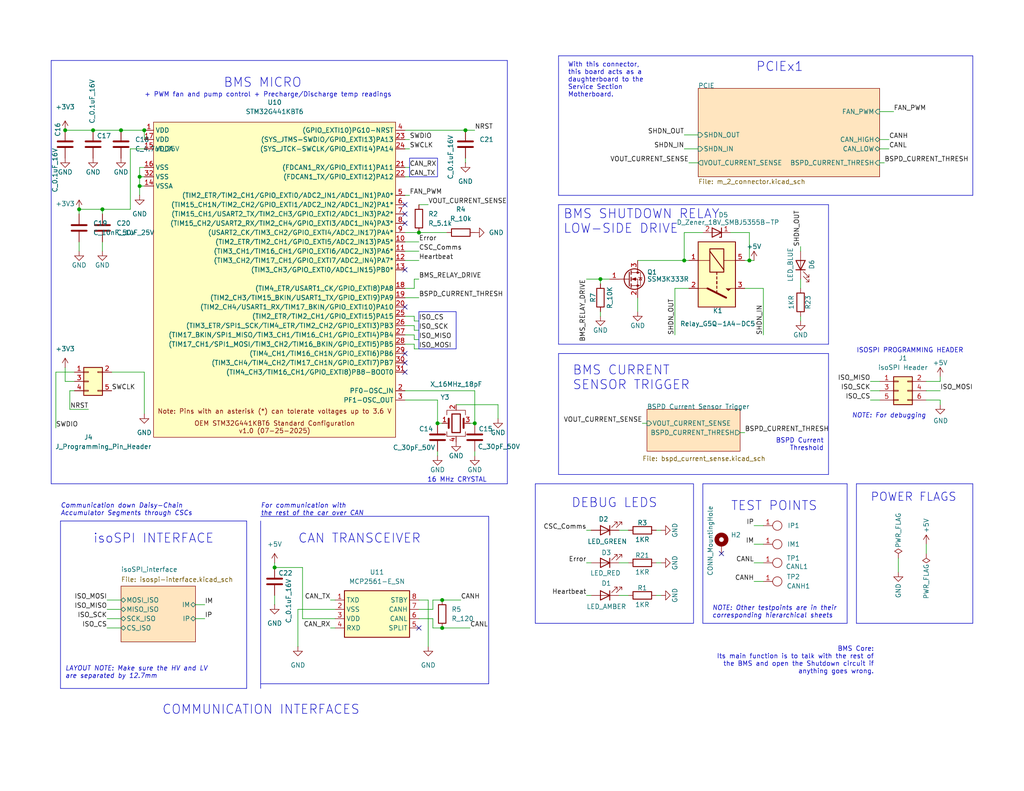
<source format=kicad_sch>
(kicad_sch (version 20250114) (generator "eeschema") (generator_version "9.0")
  (paper "A")
  (title_block (title "BMS Core") (date "2026-02-01") (rev "1") (company "Olin Electric Motorsports") (comment 1 "Akil Pugalenthi") (comment 2 "Jacob Likins") (comment 3 "Melissa Kazazic"))
  (rectangle (start 111.76 43.18) (end 119.38 48.26))
  (rectangle (start 146.05 132.08) (end 189.23 170.18))
  (rectangle (start 114.3 85.09) (end 124.46 95.25))
  (text "ISOSPI PROGRAMMING HEADER" (at 233.68 96.52 0) (effects (font (size 1.27 1.27)) (justify left bottom)))
  (text "BMS SHUTDOWN RELAY\nLOW-SIDE DRIVE" (at 153.67 64.008 0) (effects (font (size 2.4892 2.4892)) (justify left bottom)))
  (text "POWER FLAGS\n" (at 237.49 137.16 0) (effects (font (size 2.2606 2.2606)) (justify left bottom)))
  (text "NOTE: Other testpoints are in their\ncorresponding hierarchical sheets" (at 194.31 168.91 0) (effects (font (size 1.27 1.27) (italic yes)) (justify left bottom)))
  (text "For communication with\nthe rest of the car over CAN" (at 71.12 140.97 0) (effects (font (size 1.27 1.27) (italic yes)) (justify left bottom)))
  (text "DEBUG LEDS" (at 167.64 137.414 0) (effects (font (size 2.4892 2.4892))))
  (text "BMS CURRENT \nSENSOR TRIGGER" (at 156.21 106.68 0) (effects (font (size 2.4892 2.4892)) (justify left bottom)))
  (text "+ PWM fan and pump control + Precharge/Discharge temp readings" (at 39.37 26.67 0) (effects (font (size 1.27 1.27)) (justify left bottom)))
  (text "BMS MICRO" (at 60.96 24.13 0) (effects (font (size 2.4892 2.4892)) (justify left bottom)))
  (text "Communication down Daisy-Chain\nAccumulator Segments through CSCs" (at 16.51 140.97 0) (effects (font (size 1.27 1.27) (italic yes)) (justify left bottom)))
  (text "isoSPI INTERFACE" (at 25.4 148.59 0) (effects (font (size 2.4892 2.4892)) (justify left bottom)))
  (text "COMMUNICATION INTERFACES" (at 44.196 195.326 0) (effects (font (size 2.4892 2.4892)) (justify left bottom)))
  (text "With this connector,\nthis board acts as a \ndaughterboard to the\nService Section\nMotherboard." (at 154.94 26.67 0) (effects (font (size 1.27 1.27)) (justify left bottom)))
  (text "NOTE: For debugging" (at 232.41 114.3 0) (effects (font (size 1.27 1.27) (italic yes)) (justify left bottom)))
  (text "LAYOUT NOTE: Make sure the HV and LV\nare separated by 12.7mm" (at 17.78 185.42 0) (effects (font (size 1.27 1.27) (italic yes)) (justify left bottom)))
  (text "PCIEx1\n" (at 206.248 19.812 0) (effects (font (size 2.4892 2.4892)) (justify left bottom)))
  (text "BSPD Current\nThreshold" (at 224.79 123.19 0) (effects (font (size 1.27 1.27)) (justify right bottom)))
  (text "TEST POINTS" (at 199.39 139.7 0) (effects (font (size 2.4892 2.4892)) (justify left bottom)))
  (text "CAN TRANSCEIVER" (at 81.28 148.59 0) (effects (font (size 2.4892 2.4892)) (justify left bottom)))
  (text "16 MHz CRYSTAL" (at 132.842 131.826 0) (effects (font (size 1.27 1.27)) (justify right bottom)))
  (text "BMS Core:\nIts main function is to talk with the rest of\nthe BMS and open the Shutdown circuit if\nanything goes wrong." (at 238.506 184.15 0) (effects (font (size 1.27 1.27)) (justify right bottom)))
  (junction (at 204.47 71.12))
  (junction (at 186.69 71.12))
  (junction (at 74.93 154.94))
  (junction (at 27.94 57.15))
  (junction (at 120.65 163.83))
  (junction (at 127 35.56))
  (junction (at 39.37 35.56))
  (junction (at 163.83 76.2))
  (junction (at 120.65 171.45))
  (junction (at 21.59 57.15))
  (junction (at 33.02 35.56))
  (junction (at 25.4 35.56))
  (junction (at 119.38 115.57))
  (junction (at 114.3 63.5))
  (junction (at 129.54 115.57))
  (junction (at 17.78 35.56))
  (junction (at 38.1 50.8))
  (junction (at 38.1 48.26))
  (no_connect (at 110.49 99.06))
  (no_connect (at 114.3 171.45))
  (no_connect (at 196.85 151.13))
  (no_connect (at 110.49 101.6))
  (no_connect (at 110.49 60.96))
  (no_connect (at 110.49 58.42))
  (no_connect (at 110.49 55.88))
  (no_connect (at 110.49 96.52))
  (no_connect (at 110.49 83.82))
  (no_connect (at 110.49 73.66))
  (wire (pts (xy 208.28 143.51) (xy 205.74 143.51)))
  (wire (pts (xy 110.49 40.64) (xy 111.76 40.64)))
  (wire (pts (xy 256.54 106.68) (xy 252.73 106.68)))
  (wire (pts (xy 29.21 171.45) (xy 33.02 171.45)))
  (wire (pts (xy 120.65 163.83) (xy 125.73 163.83)))
  (wire (pts (xy 160.02 162.56) (xy 161.29 162.56)))
  (wire (pts (xy 74.93 162.56) (xy 74.93 165.1)))
  (wire (pts (xy 114.3 163.83) (xy 116.84 163.83)))
  (wire (pts (xy 127 35.56) (xy 129.54 35.56)))
  (wire (pts (xy 91.44 168.91) (xy 82.55 168.91)))
  (wire (pts (xy 17.78 104.14) (xy 20.32 104.14)))
  (wire (pts (xy 38.1 48.26) (xy 39.37 48.26)))
  (wire (pts (xy 27.94 57.15) (xy 35.56 57.15)))
  (wire (pts (xy 245.11 152.4) (xy 245.11 156.21)))
  (wire (pts (xy 25.4 35.56) (xy 33.02 35.56)))
  (wire (pts (xy 17.78 100.33) (xy 17.78 104.14)))
  (wire (pts (xy 113.03 92.71) (xy 114.3 92.71)))
  (wire (pts (xy 168.91 162.56) (xy 171.45 162.56)))
  (wire (pts (xy 256.54 102.87) (xy 256.54 104.14)))
  (polyline (pts (xy 152.4 15.24) (xy 152.4 53.34)))
  (polyline (pts (xy 71.12 140.97) (xy 133.35 140.97)))
  (wire (pts (xy 179.07 153.67) (xy 180.34 153.67)))
  (polyline (pts (xy 152.4 55.88) (xy 152.4 93.98)))
  (wire (pts (xy 118.11 166.37) (xy 114.3 166.37)))
  (wire (pts (xy 179.07 162.56) (xy 180.34 162.56)))
  (wire (pts (xy 113.03 78.74) (xy 110.49 78.74)))
  (wire (pts (xy 19.05 111.76) (xy 19.05 106.68)))
  (wire (pts (xy 110.49 35.56) (xy 127 35.56)))
  (wire (pts (xy 184.15 91.44) (xy 184.15 78.74)))
  (polyline (pts (xy 233.68 132.08) (xy 265.43 132.08)))
  (wire (pts (xy 110.49 71.12) (xy 114.3 71.12)))
  (wire (pts (xy 81.28 176.53) (xy 81.28 166.37)))
  (wire (pts (xy 27.94 66.04) (xy 27.94 68.58)))
  (wire (pts (xy 29.21 168.91) (xy 33.02 168.91)))
  (wire (pts (xy 118.11 171.45) (xy 118.11 168.91)))
  (wire (pts (xy 90.17 163.83) (xy 91.44 163.83)))
  (wire (pts (xy 113.03 95.25) (xy 113.03 93.98)))
  (wire (pts (xy 17.78 35.56) (xy 25.4 35.56)))
  (polyline (pts (xy 191.77 170.18) (xy 231.14 170.18)))
  (wire (pts (xy 242.57 38.1) (xy 240.03 38.1)))
  (wire (pts (xy 110.49 53.34) (xy 111.76 53.34)))
  (wire (pts (xy 160.02 153.67) (xy 161.29 153.67)))
  (wire (pts (xy 38.1 50.8) (xy 39.37 50.8)))
  (wire (pts (xy 110.49 81.28) (xy 114.3 81.28)))
  (wire (pts (xy 29.21 163.83) (xy 33.02 163.83)))
  (wire (pts (xy 110.49 48.26) (xy 111.76 48.26)))
  (wire (pts (xy 82.55 168.91) (xy 82.55 154.94)))
  (wire (pts (xy 110.49 68.58) (xy 114.3 68.58)))
  (polyline (pts (xy 133.35 186.69) (xy 71.12 186.69)))
  (wire (pts (xy 118.11 171.45) (xy 120.65 171.45)))
  (wire (pts (xy 119.38 115.57) (xy 120.65 115.57)))
  (polyline (pts (xy 16.51 142.24) (xy 16.51 187.96)))
  (wire (pts (xy 119.38 109.22) (xy 119.38 115.57)))
  (wire (pts (xy 30.48 101.6) (xy 39.37 101.6)))
  (wire (pts (xy 38.1 50.8) (xy 38.1 53.34)))
  (wire (pts (xy 237.49 106.68) (xy 240.03 106.68)))
  (wire (pts (xy 116.84 163.83) (xy 116.84 176.53)))
  (wire (pts (xy 208.28 91.44) (xy 208.28 78.74)))
  (wire (pts (xy 21.59 57.15) (xy 27.94 57.15)))
  (wire (pts (xy 114.3 63.5) (xy 121.92 63.5)))
  (wire (pts (xy 19.05 106.68) (xy 20.32 106.68)))
  (wire (pts (xy 203.2 71.12) (xy 204.47 71.12)))
  (wire (pts (xy 21.59 66.04) (xy 21.59 68.58)))
  (polyline (pts (xy 265.43 53.34) (xy 152.4 53.34)))
  (wire (pts (xy 184.15 78.74) (xy 187.96 78.74)))
  (wire (pts (xy 252.73 148.59) (xy 252.73 151.13)))
  (wire (pts (xy 119.38 123.19) (xy 119.38 124.46)))
  (wire (pts (xy 24.13 111.76) (xy 19.05 111.76)))
  (polyline (pts (xy 265.43 132.08) (xy 265.43 170.18)))
  (wire (pts (xy 168.91 153.67) (xy 171.45 153.67)))
  (wire (pts (xy 113.03 76.2) (xy 113.03 78.74)))
  (wire (pts (xy 163.83 86.36) (xy 163.83 85.09)))
  (polyline (pts (xy 226.06 129.54) (xy 226.06 96.52)))
  (wire (pts (xy 129.54 106.68) (xy 129.54 115.57)))
  (wire (pts (xy 160.02 144.78) (xy 161.29 144.78)))
  (wire (pts (xy 39.37 45.72) (xy 38.1 45.72)))
  (wire (pts (xy 81.28 166.37) (xy 91.44 166.37)))
  (wire (pts (xy 163.83 76.2) (xy 163.83 77.47)))
  (polyline (pts (xy 152.4 15.24) (xy 265.43 15.24)))
  (wire (pts (xy 110.49 38.1) (xy 111.76 38.1)))
  (wire (pts (xy 113.03 95.25) (xy 114.3 95.25)))
  (wire (pts (xy 173.99 81.28) (xy 173.99 85.09)))
  (wire (pts (xy 208.28 153.67) (xy 205.74 153.67)))
  (wire (pts (xy 53.34 165.1) (xy 55.88 165.1)))
  (wire (pts (xy 114.3 55.88) (xy 116.84 55.88)))
  (polyline (pts (xy 226.06 55.88) (xy 226.06 93.98)))
  (wire (pts (xy 113.03 87.63) (xy 114.3 87.63)))
  (wire (pts (xy 90.17 171.45) (xy 91.44 171.45)))
  (wire (pts (xy 127 43.18) (xy 127 44.45)))
  (wire (pts (xy 15.24 101.6) (xy 20.32 101.6)))
  (wire (pts (xy 113.03 90.17) (xy 113.03 88.9)))
  (polyline (pts (xy 233.68 170.18) (xy 265.43 170.18)))
  (wire (pts (xy 163.83 76.2) (xy 160.02 76.2)))
  (wire (pts (xy 113.03 86.36) (xy 110.49 86.36)))
  (wire (pts (xy 110.49 45.72) (xy 111.76 45.72)))
  (polyline (pts (xy 233.68 132.08) (xy 233.68 170.18)))
  (wire (pts (xy 199.39 63.5) (xy 204.47 63.5)))
  (wire (pts (xy 201.93 118.11) (xy 203.2 118.11)))
  (wire (pts (xy 110.49 106.68) (xy 129.54 106.68)))
  (wire (pts (xy 38.1 45.72) (xy 38.1 48.26)))
  (wire (pts (xy 204.47 63.5) (xy 204.47 71.12)))
  (wire (pts (xy 27.94 58.42) (xy 27.94 57.15)))
  (wire (pts (xy 186.69 40.64) (xy 190.5 40.64)))
  (polyline (pts (xy 152.4 129.54) (xy 226.06 129.54)))
  (wire (pts (xy 113.03 91.44) (xy 110.49 91.44)))
  (polyline (pts (xy 231.14 132.08) (xy 231.14 170.18)))
  (wire (pts (xy 113.03 76.2) (xy 114.3 76.2)))
  (wire (pts (xy 186.69 71.12) (xy 187.96 71.12)))
  (wire (pts (xy 120.65 171.45) (xy 128.27 171.45)))
  (wire (pts (xy 113.03 92.71) (xy 113.03 91.44)))
  (polyline (pts (xy 16.51 187.96) (xy 67.31 187.96)))
  (wire (pts (xy 118.11 163.83) (xy 120.65 163.83)))
  (polyline (pts (xy 71.12 187.96) (xy 71.12 142.24)))
  (wire (pts (xy 208.28 148.59) (xy 205.74 148.59)))
  (wire (pts (xy 53.34 168.91) (xy 55.88 168.91)))
  (wire (pts (xy 35.56 57.15) (xy 35.56 40.64)))
  (wire (pts (xy 128.27 115.57) (xy 129.54 115.57)))
  (wire (pts (xy 39.37 101.6) (xy 39.37 113.03)))
  (polyline (pts (xy 152.4 96.52) (xy 226.06 96.52)))
  (wire (pts (xy 135.89 114.3) (xy 135.89 110.49)))
  (wire (pts (xy 186.69 36.83) (xy 190.5 36.83)))
  (wire (pts (xy 33.02 35.56) (xy 39.37 35.56)))
  (polyline (pts (xy 152.4 93.98) (xy 226.06 93.98)))
  (wire (pts (xy 218.44 67.31) (xy 218.44 68.58)))
  (polyline (pts (xy 265.43 15.24) (xy 265.43 53.34)))
  (polyline (pts (xy 191.77 132.08) (xy 231.14 132.08)))
  (polyline (pts (xy 133.35 140.97) (xy 133.35 186.69)))
  (wire (pts (xy 218.44 86.36) (xy 218.44 87.63)))
  (polyline (pts (xy 138.43 132.08) (xy 138.43 16.51)))
  (wire (pts (xy 113.03 88.9) (xy 110.49 88.9)))
  (wire (pts (xy 74.93 153.67) (xy 74.93 154.94)))
  (wire (pts (xy 38.1 48.26) (xy 38.1 50.8)))
  (wire (pts (xy 21.59 58.42) (xy 21.59 57.15)))
  (wire (pts (xy 168.91 144.78) (xy 171.45 144.78)))
  (wire (pts (xy 15.24 101.6) (xy 15.24 116.84)))
  (wire (pts (xy 186.69 63.5) (xy 186.69 71.12)))
  (wire (pts (xy 173.99 71.12) (xy 186.69 71.12)))
  (wire (pts (xy 118.11 168.91) (xy 114.3 168.91)))
  (wire (pts (xy 204.47 71.12) (xy 205.74 71.12)))
  (wire (pts (xy 163.83 76.2) (xy 166.37 76.2)))
  (wire (pts (xy 208.28 78.74) (xy 203.2 78.74)))
  (wire (pts (xy 113.03 93.98) (xy 110.49 93.98)))
  (wire (pts (xy 129.54 123.19) (xy 129.54 124.46)))
  (polyline (pts (xy 67.31 187.96) (xy 67.31 142.24)))
  (wire (pts (xy 135.89 110.49) (xy 124.46 110.49)))
  (wire (pts (xy 29.21 166.37) (xy 33.02 166.37)))
  (wire (pts (xy 179.07 144.78) (xy 180.34 144.78)))
  (polyline (pts (xy 13.97 16.51) (xy 13.97 132.08)) (stroke (width 0) (type solid)))
  (wire (pts (xy 237.49 109.22) (xy 240.03 109.22)))
  (wire (pts (xy 113.03 90.17) (xy 114.3 90.17)))
  (wire (pts (xy 256.54 109.22) (xy 252.73 109.22)))
  (polyline (pts (xy 13.97 16.51) (xy 138.43 16.51)))
  (wire (pts (xy 240.03 30.48) (xy 243.84 30.48)))
  (wire (pts (xy 119.38 109.22) (xy 110.49 109.22)))
  (wire (pts (xy 218.44 76.2) (xy 218.44 78.74)))
  (wire (pts (xy 82.55 154.94) (xy 74.93 154.94)))
  (wire (pts (xy 242.57 40.64) (xy 240.03 40.64)))
  (wire (pts (xy 256.54 110.49) (xy 256.54 109.22)))
  (wire (pts (xy 110.49 66.04) (xy 114.3 66.04)))
  (wire (pts (xy 237.49 104.14) (xy 240.03 104.14)))
  (wire (pts (xy 39.37 35.56) (xy 39.37 38.1)))
  (wire (pts (xy 110.49 63.5) (xy 114.3 63.5)))
  (wire (pts (xy 208.28 158.75) (xy 205.74 158.75)))
  (polyline (pts (xy 13.97 132.08) (xy 138.43 132.08)))
  (polyline (pts (xy 152.4 55.88) (xy 226.06 55.88)))
  (wire (pts (xy 187.96 44.45) (xy 190.5 44.45)))
  (polyline (pts (xy 152.4 96.52) (xy 152.4 129.54)))
  (polyline (pts (xy 16.51 142.24) (xy 67.31 142.24)))
  (wire (pts (xy 240.03 44.45) (xy 241.3 44.45)))
  (polyline (pts (xy 191.77 132.08) (xy 191.77 170.18)))
  (wire (pts (xy 175.26 115.57) (xy 176.53 115.57)))
  (wire (pts (xy 191.77 63.5) (xy 186.69 63.5)))
  (wire (pts (xy 252.73 104.14) (xy 256.54 104.14)))
  (wire (pts (xy 113.03 87.63) (xy 113.03 86.36)))
  (wire (pts (xy 35.56 40.64) (xy 39.37 40.64)))
  (wire (pts (xy 118.11 163.83) (xy 118.11 166.37)))
  (label "CSC_Comms" (at 160.02 144.78 180))
  (label "SHDN_OUT" (at 184.15 91.44 90))
  (label "SWDIO" (at 15.24 116.84 0))
  (label "CAN_RX" (at 111.76 45.72 0))
  (label "NRST" (at 129.54 35.56 0))
  (label "CANL" (at 242.57 40.64 0))
  (label "CANH" (at 205.74 158.75 180))
  (label "ISO_MISO" (at 237.49 104.14 180))
  (label "ISO_SCK" (at 237.49 106.68 180))
  (label "SWDIO" (at 111.76 38.1 0))
  (label "BMS_RELAY_DRIVE" (at 114.3 76.2 0))
  (label "ISO_MOSI" (at 29.21 163.83 180))
  (label "CANL" (at 205.74 153.67 180))
  (label "CANL" (at 128.27 171.45 0))
  (label "ISO_CS" (at 114.3 87.63 0))
  (label "ISO_MOSI" (at 256.54 106.68 0))
  (label "BSPD_CURRENT_THRESH" (at 114.3 81.28 0))
  (label "BSPD_CURRENT_THRESH" (at 241.3 44.45 0))
  (label "CAN_TX" (at 90.17 163.83 180))
  (label "Error" (at 160.02 153.67 180))
  (label "BMS_RELAY_DRIVE" (at 160.02 76.2 270))
  (label "CAN_RX" (at 90.17 171.45 180))
  (label "ISO_MISO" (at 114.3 92.71 0))
  (label "CANH" (at 125.73 163.83 0))
  (label "ISO_CS" (at 29.21 171.45 180))
  (label "VOUT_CURRENT_SENSE" (at 187.96 44.45 180))
  (label "Error" (at 114.3 66.04 0))
  (label "Heartbeat" (at 114.3 71.12 0))
  (label "BSPD_CURRENT_THRESH" (at 203.2 118.11 0))
  (label "CANH" (at 242.57 38.1 0))
  (label "SWCLK" (at 30.48 106.68 0))
  (label "CAN_TX" (at 111.76 48.26 0))
  (label "IP" (at 205.74 143.51 180))
  (label "CSC_Comms" (at 114.3 68.58 0))
  (label "NRST" (at 24.13 111.76 180))
  (label "ISO_SCK" (at 29.21 168.91 180))
  (label "IP" (at 55.88 168.91 0))
  (label "ISO_MOSI" (at 114.3 95.25 0))
  (label "SHDN_IN" (at 208.28 91.44 90))
  (label "FAN_PWM" (at 111.76 53.34 0))
  (label "ISO_CS" (at 237.49 109.22 180))
  (label "SHDN_OUT" (at 218.44 67.31 90))
  (label "VOUT_CURRENT_SENSE" (at 116.84 55.88 0))
  (label "SHDN_IN" (at 186.69 40.64 180))
  (label "SHDN_OUT" (at 186.69 36.83 180))
  (label "Heartbeat" (at 160.02 162.56 180))
  (label "FAN_PWM" (at 243.84 30.48 0))
  (label "IM" (at 55.88 165.1 0))
  (label "ISO_SCK" (at 114.3 90.17 0))
  (label "ISO_MISO" (at 29.21 166.37 180))
  (label "IM" (at 205.74 148.59 180))
  (label "SWCLK" (at 111.76 40.64 0))
  (label "VOUT_CURRENT_SENSE" (at 175.26 115.57 180))
  (symbol (lib_id "OEM:TP_Hook_SMD") (at 209.55 158.75 270) (unit 1)
    (property "Reference" "TP2" (at 214.63 157.4799 90) (effects (justify left)))
    (property "Value" "CANH1" (at 214.63 160.0199 90) (effects (justify left)))
    (property "Footprint" "OEM:TP_Hook_SMD" (effects (hide yes)))
    (property "Datasheet" "https://www.mouser.com/datasheet/3/201/1/5019.PDF" (effects (hide yes)))
    (property "Description" "Test Point SMD Hook" (effects (hide yes)))
    (property "MPN" "5019" (effects (hide yes)))
  )
  (symbol (lib_id "power:GND") (at 135.89 114.3 0) (unit 1)
    (property "Reference" "#PWR?" (effects (hide yes)))
    (property "Value" "GND" (at 135.89 118.11 0))
  )
  (symbol (lib_id "OEM:R_10k_0.1W_0603") (at 125.73 63.5 90) (unit 1)
    (property "Reference" "R4" (at 125.73 57.15 90))
    (property "Value" "R_10k" (at 125.73 59.69 90))
    (property "Footprint" "OEM:R_0603_1608Metric" (effects (hide yes)))
    (property "Datasheet" "https://www.mouser.com/datasheet/3/1099/1/SEI-RMCF_RMCP.pdf" (effects (hide yes)))
    (property "Description" "RES 10K OHM 1% 1/10W 0603" (effects (hide yes)))
    (property "MPN" "RMCF0603FT10K0" (effects (hide yes)))
  )
  (symbol (lib_name "+5V_1") (lib_id "power:+5V") (at 74.93 153.67 0) (unit 1)
    (property "Reference" "#PWR?" (effects (hide yes)))
    (property "Value" "+5V" (at 74.93 148.59 0))
    (property "Description" "Power symbol creates a global label with name \"+5V\"" (effects (hide yes)))
  )
  (symbol (lib_id "power:GND") (at 119.38 124.46 0) (unit 1)
    (property "Reference" "#PWR?" (effects (hide yes)))
    (property "Value" "GND" (at 119.38 128.27 0))
  )
  (symbol (lib_id "OEM:X_16MHz_18pF_SMD") (at 124.46 115.57 0) (unit 1)
    (property "Reference" "Y3" (at 121.412 108.458 0))
    (property "Value" "X_16MHz_18pF" (at 124.46 104.902 0))
    (property "Footprint" "OEM:FA238160000MBC0 (X_16MHz_18pF_SMD - FA-238_16.0000MB-C0)" (effects (hide yes)))
    (property "Datasheet" "https://www.mouser.com/datasheet/3/97/1/FA-238_en.pdf" (effects (hide yes)))
    (property "Description" "CRYSTAL 16.0000MHZ 18PF SMD" (effects (hide yes)))
    (property "MPN" "FA-238 16.0000MB-C0" (effects (hide yes)))
  )
  (symbol (lib_id "power:GND") (at 27.94 68.58 0) (unit 1)
    (property "Reference" "#PWR?" (effects (hide yes)))
    (property "Value" "GND" (at 27.94 72.39 0))
  )
  (symbol (lib_id "OEM:D_Zener_18V_SMBJ5355B-TP") (at 195.58 63.5 180) (unit 1)
    (property "Reference" "D5" (at 197.358 58.674 0))
    (property "Value" "D_Zener_18V_SMBJ5355B-TP" (at 198.628 60.706 0))
    (property "Footprint" "OEM:DO-214AA" (effects (hide yes)))
    (property "Datasheet" "https://www.mccsemi.com/pdf/Products/SMBJ5338B-SMBJ5388B(SMB).pdf" (effects (hide yes)))
    (property "Description" "Zener diode 18V 5W 5%" (effects (hide yes)))
    (property "MPN" "SMBJ5355B-TP" (effects (hide yes)))
    (property "MFN" "Micro Commercial Co" (effects (hide yes)))
    (property "DKPN" "SMBJ5355B-TPMSCT-ND" (effects (hide yes)))
    (property "NewDesigns" "YES" (effects (hide yes)))
    (property "Stocked" "Tape" (effects (hide yes)))
    (property "Package" "DO-214AA" (effects (hide yes)))
    (property "Style" "SMD" (effects (hide yes)))
  )
  (symbol (lib_id "power:GND") (at 21.59 68.58 0) (unit 1)
    (property "Reference" "#PWR?" (effects (hide yes)))
    (property "Value" "GND" (at 21.59 72.39 0))
  )
  (symbol (lib_id "power:GND") (at 180.34 162.56 90) (unit 1)
    (property "Reference" "#PWR?" (effects (hide yes)))
    (property "Value" "GND" (at 184.15 162.56 0))
  )
  (symbol (lib_id "OEM:LED_GREEN") (at 165.1 144.78 180) (unit 1)
    (property "Reference" "D2" (at 163.322 141.732 0) (effects (justify right)))
    (property "Value" "LED_GREEN" (at 160.274 147.828 0) (effects (justify right)))
    (property "Footprint" "OEM:CHIPLED_0805" (effects (hide yes)))
    (property "Datasheet" "${OEM_DIR}/parts/datasheets" (effects (hide yes)))
    (property "Description" "Light emitting diode" (effects (hide yes)))
    (property "Package" "0805" (effects (hide yes)))
    (property "NewDesigns" "No" (effects (hide yes)))
    (property "Stocked" "No" (effects (hide yes)))
    (property "Style" "SMD" (effects (hide yes)))
  )
  (symbol (lib_id "OEM:SSM3K333R") (at 171.45 76.2 0) (unit 1)
    (property "Reference" "Q1" (at 176.53 74.295 0) (effects (justify left)))
    (property "Value" "SSM3K333R" (at 176.53 76.2 0) (effects (justify left)))
    (property "Footprint" "OEM:SOT-23F" (effects (hide yes)))
    (property "Datasheet" "https://drive.google.com/drive/folders/0B-V-iZf33Y4GNzhDQTJZanJRbVk" (effects (hide yes)))
    (property "MFN" "DK" (effects (hide yes)))
    (property "MPN" "SSM3K333RLFCT-ND" (effects (hide yes)))
    (property "DKPN" "SSM3K333RLFDKR-ND" (effects (hide yes)))
    (property "Package" "SOT-23" (effects (hide yes)))
    (property "NewDesigns" "YES" (effects (hide yes)))
    (property "Stocked" "Digi-Reel" (effects (hide yes)))
    (property "Style" "SMD" (effects (hide yes)))
  )
  (symbol (lib_name "GND_2") (lib_id "power:GND") (at 127 44.45 0) (unit 1)
    (property "Reference" "#PWR?" (effects (hide yes)))
    (property "Value" "GND" (at 127 49.53 0))
    (property "Description" "Power symbol creates a global label with name \"GND\" , ground" (effects (hide yes)))
  )
  (symbol (lib_id "power:PWR_FLAG") (at 245.11 152.4 0) (unit 1)
    (property "Reference" "#FLG?" (effects (hide yes)))
    (property "Value" "PWR_FLAG" (at 245.11 144.78 90))
  )
  (symbol (lib_id "OEM:10KR") (at 163.83 81.28 180) (unit 1)
    (property "Reference" "R7" (at 161.798 81.28 90))
    (property "Value" "R_10K" (at 166.37 81.28 90))
    (property "Footprint" "OEM:R_0603" (effects (hide yes)))
    (property "Datasheet" "http://www.bourns.com/data/global/pdfs/CRS.pdf" (effects (hide yes)))
    (property "MFN" "DK" (effects (hide yes)))
    (property "MPN" "CRS0805-FX-1002ELFCT-ND" (effects (hide yes)))
    (property "DKPN" "RMCF0603FT10K0TR-ND" (effects (hide yes)))
    (property "Package" "0603" (effects (hide yes)))
    (property "NewDesigns" "YES" (effects (hide yes)))
    (property "Stocked" "Reel" (effects (hide yes)))
    (property "Style" "SMD" (effects (hide yes)))
  )
  (symbol (lib_id "OEM:TP_1mm") (at 209.55 143.51 270) (unit 1) (in_bom no)
    (property "Reference" "IP1" (at 216.535 143.51 90))
    (property "Value" "TP_1mm" (effects (hide yes)))
    (property "Footprint" "TestPoint:TestPoint_Pad_D1.0mm" (effects (hide yes)))
    (property "NewDesigns" "YES" (effects (hide yes)))
    (property "Package" "Custom" (effects (hide yes)))
    (property "Style" "SMD" (effects (hide yes)))
  )
  (symbol (lib_id "OEM:C_30pF_50V_0603") (at 119.38 119.38 0) (unit 1)
    (property "Reference" "C14" (at 114.3 117.094 0) (effects (justify left)))
    (property "Value" "C_30pF_50V" (at 107.188 122.174 0) (effects (justify left)))
    (property "Footprint" "OEM:C_0603_1608Metric" (effects (hide yes)))
    (property "Datasheet" "https://www.mouser.com/datasheet/3/1099/1/SEI-CML.PDF" (effects (hide yes)))
    (property "Description" "CAP CER 30PF 50V C0G/NP0 0603" (effects (hide yes)))
    (property "MPN" "CML0603C0G300JT50V" (effects (hide yes)))
  )
  (symbol (lib_id "power:+3V3") (at 17.78 100.33 0) (unit 1)
    (property "Reference" "#PWR?" (effects (hide yes)))
    (property "Value" "+3V3" (at 17.78 95.25 0))
    (property "Description" "Power symbol creates a global label with name \"+3V3\"" (effects (hide yes)))
  )
  (symbol (lib_id "power:GND") (at 33.02 43.18 0) (unit 1)
    (property "Reference" "#PWR?" (effects (hide yes)))
    (property "Value" "GND" (at 33.02 46.99 0))
  )
  (symbol (lib_id "OEM:C_4.7uF_25V_0603") (at 33.02 39.37 0) (unit 1)
    (property "Reference" "C18" (at 36.83 38.0999 0) (effects (justify left)))
    (property "Value" "C_4.7uF_25V" (at 36.83 40.6399 0) (effects (justify left)))
    (property "Footprint" "OEM:C_0603_1608Metric" (effects (hide yes)))
    (property "Datasheet" "https://www.mouser.com/catalog/specsheets/mure-s-a0004413631-1.pdf" (effects (hide yes)))
    (property "Description" "CAP CER 4.7UF 25V X5R 0603" (effects (hide yes)))
    (property "MPN" "GRT188R61E475ME13D" (effects (hide yes)))
  )
  (symbol (lib_id "OEM:1KR") (at 218.44 82.55 0) (unit 1)
    (property "Reference" "R23" (at 220.472 82.55 90))
    (property "Value" "1KR" (at 215.9 82.55 90))
    (property "Footprint" "OEM:R_0603" (effects (hide yes)))
    (property "Datasheet" "${OEM_DIR}/parts/datasheets/stackpole_RMCF_RMCP.pdf" (effects (hide yes)))
    (property "MFN" "Stackpole Electronics" (effects (hide yes)))
    (property "MPN" "RMCF0603FT1K00" (effects (hide yes)))
    (property "DKPN" "RMCF0603FT1K00TR-ND" (effects (hide yes)))
    (property "NewDesigns" "YES" (effects (hide yes)))
    (property "Stocked" "Reel" (effects (hide yes)))
    (property "Package" "0603" (effects (hide yes)))
    (property "Style" "SMD" (effects (hide yes)))
  )
  (symbol (lib_id "power:PWR_FLAG") (at 252.73 151.13 180) (unit 1)
    (property "Reference" "#FLG?" (effects (hide yes)))
    (property "Value" "PWR_FLAG" (at 252.73 158.75 90))
  )
  (symbol (lib_id "power:GND") (at 129.54 124.46 0) (unit 1)
    (property "Reference" "#PWR?" (effects (hide yes)))
    (property "Value" "GND" (at 129.54 128.27 0))
  )
  (symbol (lib_id "power:GND") (at 173.99 85.09 0) (unit 1)
    (property "Reference" "#PWR?" (effects (hide yes)))
    (property "Value" "GND" (at 173.99 88.9 0))
  )
  (symbol (lib_id "OEM:CONN_MountingHole") (at 196.85 148.59 0) (unit 1) (in_bom no)
    (property "Reference" "H2" (at 199.39 146.0499 0) (effects (justify left)))
    (property "Value" "CONN_MountingHole" (at 193.802 157.226 90) (effects (justify left)))
    (property "Footprint" "OEM:PCIe_Mount" (effects (hide yes)))
    (property "Description" "Mounting Hole with connection" (effects (hide yes)))
  )
  (symbol (lib_id "OEM:TP_1mm") (at 209.55 148.59 270) (unit 1) (in_bom no)
    (property "Reference" "IM1" (at 216.535 148.59 90))
    (property "Value" "TP_1mm" (effects (hide yes)))
    (property "Footprint" "TestPoint:TestPoint_Pad_D1.0mm" (effects (hide yes)))
    (property "NewDesigns" "YES" (effects (hide yes)))
    (property "Package" "Custom" (effects (hide yes)))
    (property "Style" "SMD" (effects (hide yes)))
  )
  (symbol (lib_id "power:GND") (at 180.34 153.67 90) (unit 1)
    (property "Reference" "#PWR?" (effects (hide yes)))
    (property "Value" "GND" (at 184.15 153.67 0))
  )
  (symbol (lib_id "OEM:1KR") (at 175.26 162.56 90) (unit 1)
    (property "Reference" "R1" (at 175.26 160.528 90))
    (property "Value" "1KR" (at 175.26 165.1 90))
    (property "Footprint" "OEM:R_0603" (effects (hide yes)))
    (property "Datasheet" "${OEM_DIR}/parts/datasheets/stackpole_RMCF_RMCP.pdf" (effects (hide yes)))
    (property "MFN" "Stackpole Electronics" (effects (hide yes)))
    (property "MPN" "RMCF0603FT1K00" (effects (hide yes)))
    (property "DKPN" "RMCF0603FT1K00TR-ND" (effects (hide yes)))
    (property "NewDesigns" "YES" (effects (hide yes)))
    (property "Stocked" "Reel" (effects (hide yes)))
    (property "Package" "0603" (effects (hide yes)))
    (property "Style" "SMD" (effects (hide yes)))
  )
  (symbol (lib_id "OEM:LED_AMBER") (at 165.1 162.56 180) (unit 1)
    (property "Reference" "D1" (at 164.084 159.258 0) (effects (justify right)))
    (property "Value" "LED_AMBER" (at 160.02 165.608 0) (effects (justify right)))
    (property "Footprint" "OEM:CHIPLED_0805" (effects (hide yes)))
    (property "Datasheet" "${OEM_DIR}/parts/datasheets" (effects (hide yes)))
    (property "Description" "Light emitting diode" (effects (hide yes)))
    (property "Package" "0805" (effects (hide yes)))
    (property "NewDesigns" "No" (effects (hide yes)))
    (property "Stocked" "No" (effects (hide yes)))
    (property "Style" "SMD" (effects (hide yes)))
  )
  (symbol (lib_name "GND_7") (lib_id "power:GND") (at 129.54 63.5 90) (unit 1)
    (property "Reference" "#PWR?" (effects (hide yes)))
    (property "Value" "GND" (at 133.35 63.4999 90) (effects (justify right)))
    (property "Description" "Power symbol creates a global label with name \"GND\" , ground" (effects (hide yes)))
  )
  (symbol (lib_id "OEM:C_1uF_25V_0603") (at 27.94 62.23 0) (unit 1)
    (property "Reference" "C20" (at 31.75 60.9599 0) (effects (justify left)))
    (property "Value" "C_1uF_25V" (at 31.75 63.4999 0) (effects (justify left)))
    (property "Footprint" "OEM:C_0603_1608Metric" (effects (hide yes)))
    (property "Datasheet" "https://mm.digikey.com/Volume0/opasdata/d220001/medias/docus/3644/CL10B105KA8NNNC_spec.pdf" (effects (hide yes)))
    (property "Description" "CAP CER 1UF 25V X7R 0603" (effects (hide yes)))
    (property "MPN" "CL10B105KA8NNNC" (effects (hide yes)))
  )
  (symbol (lib_id "power:GND") (at 218.44 87.63 0) (unit 1)
    (property "Reference" "#PWR?" (effects (hide yes)))
    (property "Value" "GND" (at 218.44 91.44 0))
  )
  (symbol (lib_id "OEM:U_CAN-Transceiver_MCP2561-E_SN_SOIC-8") (at 102.87 167.64 0) (unit 1)
    (property "Reference" "U11" (at 102.87 156.21 0))
    (property "Value" "MCP2561-E_SN" (at 102.87 158.75 0))
    (property "Footprint" "OEM:SOIC-8_3.9x4.9mm_P1.27mm" (effects (hide yes)))
    (property "Datasheet" "https://www.mouser.com/datasheet/3/282/1/20005167C.pdf" (effects (hide yes)))
    (property "Description" "IC TRANSCEIVER HALF 1/1 8SOIC" (effects (hide yes)))
    (property "MPN" "MCP2561-E/SN" (effects (hide yes)))
  )
  (symbol (lib_id "power:+3V3") (at 17.78 35.56 0) (unit 1)
    (property "Reference" "#PWR?" (effects (hide yes)))
    (property "Value" "+3V3" (at 17.78 29.21 0))
    (property "Description" "Power symbol creates a global label with name \"+3V3\"" (effects (hide yes)))
  )
  (symbol (lib_id "power:+5V") (at 256.54 102.87 0) (unit 1)
    (property "Reference" "#PWR?" (effects (hide yes)))
    (property "Value" "+5V" (at 256.54 99.06 0))
  )
  (symbol (lib_id "power:GND") (at 180.34 144.78 90) (unit 1)
    (property "Reference" "#PWR?" (effects (hide yes)))
    (property "Value" "GND" (at 184.15 144.78 0))
  )
  (symbol (lib_id "OEM:C_0.1uF_16V_0603") (at 74.93 158.75 0) (unit 1)
    (property "Reference" "C22" (at 75.946 156.464 0) (effects (justify left)))
    (property "Value" "C_0.1uF_16V" (at 78.74 170.18 90) (effects (justify left)))
    (property "Footprint" "OEM:C_0603_1608Metric" (effects (hide yes)))
    (property "Datasheet" "https://www.mouser.com/datasheet/3/72/1/KEM_C1005_Y5V_SMD.pdf" (effects (hide yes)))
    (property "Description" "CAP CER 0.1UF 16V Y5V 0603" (effects (hide yes)))
    (property "MPN" "C0603C104Z4VACTU" (effects (hide yes)))
  )
  (symbol (lib_id "OEM:C_10nF_50V_0603") (at 21.59 62.23 0) (unit 1)
    (property "Reference" "C19" (at 25.4 60.9599 0) (effects (justify left)))
    (property "Value" "C_10nF_50V" (at 25.4 63.4999 0) (effects (justify left)))
    (property "Footprint" "OEM:C_0603_1608Metric" (effects (hide yes)))
    (property "Datasheet" "https://mm.digikey.com/Volume0/opasdata/d220001/medias/docus/609/CL10B103KB8NNNC_Spec.pdf" (effects (hide yes)))
    (property "Description" "CAP CER 10000PF 50V X7R 0603" (effects (hide yes)))
    (property "MPN" "CL10B103KB8NNNC" (effects (hide yes)))
  )
  (symbol (lib_id "power:+5V") (at 252.73 148.59 0) (unit 1)
    (property "Reference" "#PWR?" (effects (hide yes)))
    (property "Value" "+5V" (at 252.73 143.51 90))
  )
  (symbol (lib_id "OEM:LED_BLUE") (at 218.44 72.39 90) (unit 1)
    (property "Reference" "D6" (at 221.488 70.866 0) (effects (justify right)))
    (property "Value" "LED_BLUE" (at 215.646 67.564 0) (effects (justify right)))
    (property "Footprint" "OEM:CHIPLED_0805" (effects (hide yes)))
    (property "Datasheet" "${OEM_DIR}/parts/datasheets/lite-on_LTST-C171TBKT.pdf" (effects (hide yes)))
    (property "Description" "Light emitting diode blue 0805" (effects (hide yes)))
    (property "MPN" "LTST-C171TBKT" (effects (hide yes)))
    (property "MFN" "Lite-On" (effects (hide yes)))
    (property "DKPN" "160-1645-6-ND" (effects (hide yes)))
    (property "Package" "0805" (effects (hide yes)))
    (property "NewDesigns" "Yes" (effects (hide yes)))
    (property "Stocked" "Digi-Reel" (effects (hide yes)))
    (property "Style" "SMD" (effects (hide yes)))
  )
  (symbol (lib_id "OEM:R_5.1k_0.1W_0603") (at 114.3 59.69 0) (unit 1)
    (property "Reference" "R2" (at 116.84 58.4199 0) (effects (justify left)))
    (property "Value" "R_5.1k" (at 116.84 60.9599 0) (effects (justify left)))
    (property "Footprint" "OEM:R_0603_1608Metric" (effects (hide yes)))
    (property "Datasheet" "https://www.mouser.com/datasheet/3/40/1/cr-a-as.pdf" (effects (hide yes)))
    (property "Description" "RESA-AS 0603 5K1 1% 1/10W TC100" (effects (hide yes)))
    (property "MPN" "CR0603AFX-5101EAS" (effects (hide yes)))
  )
  (symbol (lib_id "OEM:C_30pF_50V_0603") (at 129.54 119.38 0) (unit 1)
    (property "Reference" "C15" (at 130.556 117.094 0) (effects (justify left)))
    (property "Value" "C_30pF_50V" (at 136.144 121.92 0))
    (property "Footprint" "OEM:C_0603_1608Metric" (effects (hide yes)))
    (property "Datasheet" "https://www.mouser.com/datasheet/3/1099/1/SEI-CML.PDF" (effects (hide yes)))
    (property "Description" "CAP CER 30PF 50V C0G/NP0 0603" (effects (hide yes)))
    (property "MPN" "CML0603C0G300JT50V" (effects (hide yes)))
  )
  (symbol (lib_id "power:GND") (at 25.4 43.18 0) (unit 1)
    (property "Reference" "#PWR?" (effects (hide yes)))
    (property "Value" "GND" (at 25.4 46.99 0))
  )
  (symbol (lib_id "OEM:C_0.1uF_16V_0603") (at 127 39.37 0) (unit 1)
    (property "Reference" "C21" (at 130.81 38.0999 0) (effects (justify left)))
    (property "Value" "C_0.1uF_16V" (at 122.936 49.022 90) (effects (justify left)))
    (property "Footprint" "OEM:C_0603_1608Metric" (effects (hide yes)))
    (property "Datasheet" "https://www.mouser.com/datasheet/3/72/1/KEM_C1005_Y5V_SMD.pdf" (effects (hide yes)))
    (property "Description" "CAP CER 0.1UF 16V Y5V 0603" (effects (hide yes)))
    (property "MPN" "C0603C104Z4VACTU" (effects (hide yes)))
  )
  (symbol (lib_id "power:GND") (at 124.46 120.65 0) (unit 1)
    (property "Reference" "#PWR?" (effects (hide yes)))
    (property "Value" "GND" (at 124.46 124.46 0))
  )
  (symbol (lib_id "power:GND") (at 163.83 86.36 0) (unit 1)
    (property "Reference" "#PWR?" (effects (hide yes)))
    (property "Value" "GND" (at 163.83 90.17 0))
  )
  (symbol (lib_id "power:+3V3") (at 21.59 57.15 0) (unit 1)
    (property "Reference" "#PWR?" (effects (hide yes)))
    (property "Value" "+3V3" (at 17.78 55.626 0))
    (property "Description" "Power symbol creates a global label with name \"+3V3\"" (effects (hide yes)))
  )
  (symbol (lib_name "GND_4") (lib_id "power:GND") (at 81.28 176.53 0) (unit 1)
    (property "Reference" "#PWR?" (effects (hide yes)))
    (property "Value" "GND" (at 81.28 181.61 0))
    (property "Description" "Power symbol creates a global label with name \"GND\" , ground" (effects (hide yes)))
  )
  (symbol (lib_id "OEM:1KR") (at 175.26 144.78 90) (unit 1)
    (property "Reference" "R3" (at 175.26 142.748 90))
    (property "Value" "1KR" (at 175.26 147.32 90))
    (property "Footprint" "OEM:R_0603" (effects (hide yes)))
    (property "Datasheet" "${OEM_DIR}/parts/datasheets/stackpole_RMCF_RMCP.pdf" (effects (hide yes)))
    (property "MFN" "Stackpole Electronics" (effects (hide yes)))
    (property "MPN" "RMCF0603FT1K00" (effects (hide yes)))
    (property "DKPN" "RMCF0603FT1K00TR-ND" (effects (hide yes)))
    (property "NewDesigns" "YES" (effects (hide yes)))
    (property "Stocked" "Reel" (effects (hide yes)))
    (property "Package" "0603" (effects (hide yes)))
    (property "Style" "SMD" (effects (hide yes)))
  )
  (symbol (lib_id "OEM:Relay_G5Q-1A4-DC5") (at 195.58 76.2 270) (unit 1)
    (property "Reference" "K1" (at 195.834 84.836 90))
    (property "Value" "Relay_G5Q-1A4-DC5" (at 195.834 88.392 90))
    (property "Footprint" "OEM:Relay_SPST_OMRON-G5Q-1A4_OEM" (effects (hide yes)))
    (property "Datasheet" "https://omronfs.omron.com/en_US/ecb/products/pdf/en-g5q.pdf" (effects (hide yes)))
    (property "Description" "Relay 12V 10A 5V coil" (effects (hide yes)))
    (property "MPN" "G5Q-1A4 DC5" (effects (hide yes)))
    (property "MFN" "Omron" (effects (hide yes)))
    (property "DKPN" "Z3632-ND" (effects (hide yes)))
    (property "NewDesigns" "YES" (effects (hide yes)))
    (property "Stocked" "Tray" (effects (hide yes)))
    (property "Package" "G5Q (Custom)" (effects (hide yes)))
    (property "Style" "THT" (effects (hide yes)))
  )
  (symbol (lib_id "OEM:TP_Hook_SMD") (at 209.55 153.67 270) (unit 1)
    (property "Reference" "TP1" (at 214.63 152.3999 90) (effects (justify left)))
    (property "Value" "CANL1" (at 214.376 154.686 90) (effects (justify left)))
    (property "Footprint" "OEM:TP_Hook_SMD" (effects (hide yes)))
    (property "Datasheet" "https://www.mouser.com/datasheet/3/201/1/5019.PDF" (effects (hide yes)))
    (property "Description" "Test Point SMD Hook" (effects (hide yes)))
    (property "MPN" "5019" (effects (hide yes)))
  )
  (symbol (lib_id "OEM:LED_RED") (at 165.1 153.67 180) (unit 1)
    (property "Reference" "D3" (at 164.084 150.876 0) (effects (justify right)))
    (property "Value" "LED_RED" (at 161.036 156.464 0) (effects (justify right)))
    (property "Footprint" "OEM:CHIPLED_0805" (effects (hide yes)))
    (property "Datasheet" "${OEM_DIR}/parts/datasheets" (effects (hide yes)))
    (property "Description" "Light emitting diode" (effects (hide yes)))
    (property "Package" "0805" (effects (hide yes)))
    (property "NewDesigns" "No" (effects (hide yes)))
    (property "Stocked" "No" (effects (hide yes)))
    (property "Style" "SMD" (effects (hide yes)))
  )
  (symbol (lib_id "OEM:C_0.1uF_16V_0603") (at 17.78 39.37 0) (unit 1)
    (property "Reference" "C16" (at 15.748 37.338 90) (effects (justify left)))
    (property "Value" "C_0.1uF_16V" (at 14.986 52.578 90) (effects (justify left)))
    (property "Footprint" "OEM:C_0603_1608Metric" (effects (hide yes)))
    (property "Datasheet" "https://www.mouser.com/datasheet/3/72/1/KEM_C1005_Y5V_SMD.pdf" (effects (hide yes)))
    (property "Description" "CAP CER 0.1UF 16V Y5V 0603" (effects (hide yes)))
    (property "MPN" "C0603C104Z4VACTU" (effects (hide yes)))
  )
  (symbol (lib_id "power:GND") (at 245.11 156.21 0) (unit 1)
    (property "Reference" "#PWR?" (effects (hide yes)))
    (property "Value" "GND" (at 245.11 161.29 90))
  )
  (symbol (lib_name "GND_1") (lib_id "power:GND") (at 38.1 53.34 0) (unit 1)
    (property "Reference" "#PWR?" (effects (hide yes)))
    (property "Value" "GND" (at 38.1 58.42 0))
    (property "Description" "Power symbol creates a global label with name \"GND\" , ground" (effects (hide yes)))
  )
  (symbol (lib_id "power:GND") (at 256.54 110.49 0) (unit 1)
    (property "Reference" "#PWR?" (effects (hide yes)))
    (property "Value" "GND" (at 256.667 114.8842 0))
  )
  (symbol (lib_name "GND_6") (lib_id "power:GND") (at 116.84 176.53 0) (unit 1)
    (property "Reference" "#PWR?" (effects (hide yes)))
    (property "Value" "GND" (at 116.84 181.61 0))
    (property "Description" "Power symbol creates a global label with name \"GND\" , ground" (effects (hide yes)))
  )
  (symbol (lib_id "OEM:1KR") (at 175.26 153.67 90) (unit 1)
    (property "Reference" "R21" (at 175.26 151.638 90))
    (property "Value" "1KR" (at 175.26 156.21 90))
    (property "Footprint" "OEM:R_0603" (effects (hide yes)))
    (property "Datasheet" "${OEM_DIR}/parts/datasheets/stackpole_RMCF_RMCP.pdf" (effects (hide yes)))
    (property "MFN" "Stackpole Electronics" (effects (hide yes)))
    (property "MPN" "RMCF0603FT1K00" (effects (hide yes)))
    (property "DKPN" "RMCF0603FT1K00TR-ND" (effects (hide yes)))
    (property "NewDesigns" "YES" (effects (hide yes)))
    (property "Stocked" "Reel" (effects (hide yes)))
    (property "Package" "0603" (effects (hide yes)))
    (property "Style" "SMD" (effects (hide yes)))
  )
  (symbol (lib_id "OEM:R_120_0.1W_0603") (at 120.65 167.64 0) (unit 1)
    (property "Reference" "R5" (at 123.19 166.3699 0) (effects (justify left)))
    (property "Value" "R_120" (at 123.19 168.9099 0) (effects (justify left)))
    (property "Footprint" "OEM:R_0603_1608Metric" (effects (hide yes)))
    (property "Datasheet" "https://www.mouser.com/datasheet/3/508/1/PYu-RC_Group_51_RoHS_L_12.pdf" (effects (hide yes)))
    (property "Description" "RES 120 OHM 1% 1/10W 0603" (effects (hide yes)))
    (property "MPN" "RC0603FR-13120RL" (effects (hide yes)))
  )
  (symbol (lib_id "OEM:C_0.1uF_16V_0603") (at 25.4 39.37 0) (unit 1)
    (property "Reference" "C17" (at 26.416 37.084 0) (effects (justify left)))
    (property "Value" "C_0.1uF_16V" (at 25.146 33.782 90) (effects (justify left)))
    (property "Footprint" "OEM:C_0603_1608Metric" (effects (hide yes)))
    (property "Datasheet" "https://www.mouser.com/datasheet/3/72/1/KEM_C1005_Y5V_SMD.pdf" (effects (hide yes)))
    (property "Description" "CAP CER 0.1UF 16V Y5V 0603" (effects (hide yes)))
    (property "MPN" "C0603C104Z4VACTU" (effects (hide yes)))
  )
  (symbol (lib_name "GND_3") (lib_id "power:GND") (at 39.37 113.03 0) (unit 1)
    (property "Reference" "#PWR?" (effects (hide yes)))
    (property "Value" "GND" (at 39.37 118.11 0))
    (property "Description" "Power symbol creates a global label with name \"GND\" , ground" (effects (hide yes)))
  )
  (symbol (lib_id "OEM:J_Programming_Pin_Header") (at 24.13 104.14 0) (unit 1)
    (property "Reference" "J4" (at 24.13 119.38 0))
    (property "Value" "J_Programming_Pin_Header" (at 28.194 121.92 0))
    (property "Footprint" "OEM:J_Programming_Pin_Header_Keyed" (effects (hide yes)))
    (property "Description" "Programming Pin Header for the STM32G441KBT6 and STM32G474RExx Chips (OEM Standard Configuration v1.0)" (effects (hide yes)))
  )
  (symbol (lib_id "power:+5V") (at 205.74 71.12 0) (unit 1)
    (property "Reference" "#PWR?" (effects (hide yes)))
    (property "Value" "+5V" (at 205.74 67.31 0))
  )
  (symbol (lib_id "Connector_Generic:Conn_02x03_Odd_Even") (at 245.11 106.68 0) (unit 1)
    (property "Reference" "J1" (at 246.38 97.79 0))
    (property "Value" "isoSPI Header" (at 246.38 100.33 0))
    (property "Footprint" "Connector_PinHeader_2.54mm:PinHeader_2x03_P2.54mm_Vertical" (effects (hide yes)))
    (property "Description" "Generic connector, double row, 02x03, odd/even pin numbering scheme (row 1 odd numbers, row 2 even numbers), script generated (kicad-library-utils/schlib/autogen/connector/)" (effects (hide yes)))
  )
  (symbol (lib_id "power:GND") (at 17.78 43.18 0) (unit 1)
    (property "Reference" "#PWR?" (effects (hide yes)))
    (property "Value" "GND" (at 17.78 46.99 0))
  )
  (symbol (lib_id "OEM:U_MCU_STM32G441KBT6_32-LQFP") (at 74.93 76.2 0) (unit 1)
    (property "Reference" "U10" (at 74.93 27.94 0))
    (property "Value" "STM32G441KBT6" (at 74.93 30.48 0))
    (property "Footprint" "OEM:LQFP-32_7x7mm_P0.8mm" (effects (hide yes)))
    (property "Datasheet" "https://www.st.com/resource/en/datasheet/stm32g441kb.pdf" (effects (hide yes)))
    (property "Description" "OEM STM32G441KBT6 Standard Configuration - v1.0 (07-25-2025)" (effects (hide yes)))
  )
  (symbol (lib_name "GND_5") (lib_id "power:GND") (at 74.93 165.1 0) (unit 1)
    (property "Reference" "#PWR?" (effects (hide yes)))
    (property "Value" "GND" (at 74.93 170.18 0))
    (property "Description" "Power symbol creates a global label with name \"GND\" , ground" (effects (hide yes)))
  )
  (sheet (at 190.5 24.13) (size 49.53 24.13) (stroke (width 0.1524)) (fill (color 255 229 191 1.0000))
    (property "Sheetname" "PCIE" (at 190.5 24.13 0) (effects (justify left bottom)))
    (property "Sheetfile" "m_2_connector.kicad_sch" (at 190.5 48.8446 0) (effects (justify left top)))
    (pin "CAN_LOW" bidirectional (at 240.03 40.64 0))
    (pin "CAN_HIGH" bidirectional (at 240.03 38.1 0))
    (pin "FAN_PWM" input (at 240.03 30.48 0))
    (pin "VOUT_CURRENT_SENSE" output (at 190.5 44.45 180))
    (pin "BSPD_CURRENT_THRESH" input (at 240.03 44.45 0))
    (pin "SHDN_IN" input (at 190.5 40.64 180))
    (pin "SHDN_OUT" input (at 190.5 36.83 180))
  )
  (sheet (at 33.02 160.02) (size 20.32 15.24) (stroke (width 0.1524)) (fill (color 255 229 191 1.0000))
    (property "Sheetname" "isoSPI_interface" (at 33.02 156.21 0) (effects (justify left bottom)))
    (property "Sheetfile" "isospi-interface.kicad_sch" (at 33.02 157.48 0) (effects (justify left top)))
    (pin "IP" bidirectional (at 53.34 168.91 0))
    (pin "IM" bidirectional (at 53.34 165.1 0))
    (pin "SCK_ISO" bidirectional (at 33.02 168.91 180))
    (pin "MISO_ISO" bidirectional (at 33.02 166.37 180))
    (pin "MOSI_ISO" bidirectional (at 33.02 163.83 180))
    (pin "CS_ISO" bidirectional (at 33.02 171.45 180))
  )
  (sheet (at 176.53 111.76) (size 25.4 11.43) (stroke (width 0.1524)) (fill (color 255 229 191 1.0000))
    (property "Sheetname" "BSPD Current Sensor Trigger" (at 176.53 111.76 0) (effects (justify left bottom)))
    (property "Sheetfile" "bspd_current_sense.kicad_sch" (at 175.26 124.46 0) (effects (justify left top)))
    (pin "VOUT_CURRENT_SENSE" input (at 176.53 115.57 180))
    (pin "BSPD_CURRENT_THRESH" output (at 201.93 118.11 0))
  )
)
</source>
